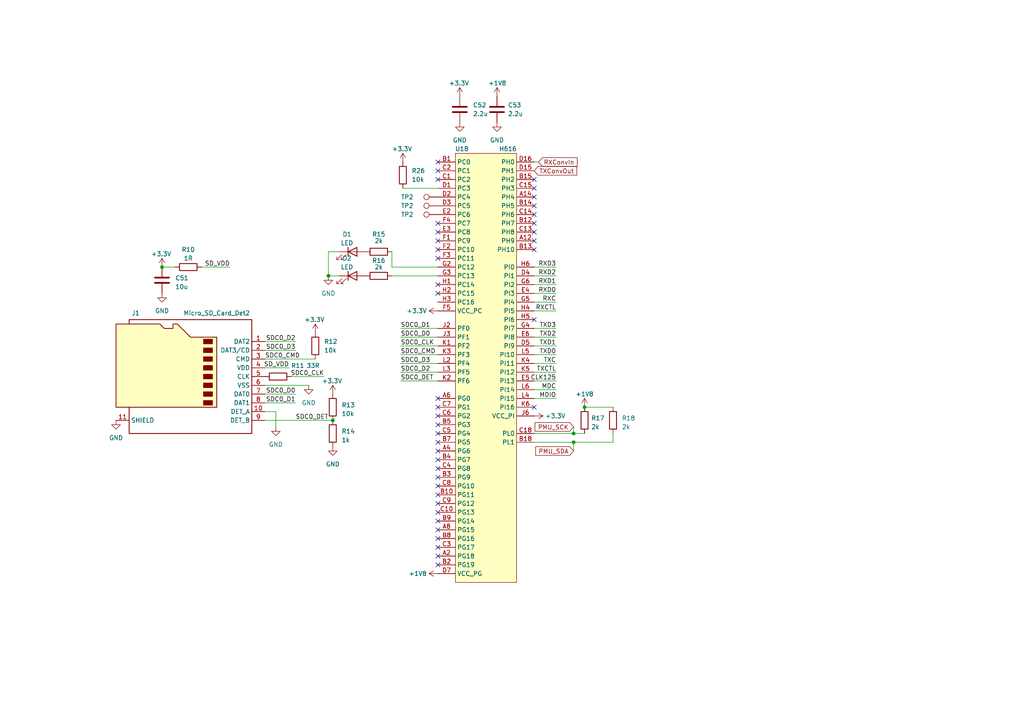
<source format=kicad_sch>
(kicad_sch (version 20230121) (generator eeschema)
  (paper "A4")
  (lib_symbols
    (symbol "Connector:Micro_SD_Card_Det2"
      (property "Reference" "J" (at -16.51 17.78 0))
      (property "Value" "Micro_SD_Card_Det2" (at 16.51 17.78 0))
      (symbol "Micro_SD_Card_Det2_0_1"
        (rectangle (start -7.62 -6.985) (end -5.08 -8.255) (stroke (width 0.254)) (fill (type outline)))
        (rectangle (start -7.62 -4.445) (end -5.08 -5.715) (stroke (width 0.254)) (fill (type outline)))
        (rectangle (start -7.62 -1.905) (end -5.08 -3.175) (stroke (width 0.254)) (fill (type outline)))
        (rectangle (start -7.62 0.635) (end -5.08 -0.635) (stroke (width 0.254)) (fill (type outline)))
        (rectangle (start -7.62 3.175) (end -5.08 1.905) (stroke (width 0.254)) (fill (type outline)))
        (rectangle (start -7.62 5.715) (end -5.08 4.445) (stroke (width 0.254)) (fill (type outline)))
        (rectangle (start -7.62 8.255) (end -5.08 6.985) (stroke (width 0.254)) (fill (type outline)))
        (rectangle (start -7.62 10.795) (end -5.08 9.525) (stroke (width 0.254)) (fill (type outline)))
        (polyline (pts (xy 16.51 15.24) (xy 16.51 16.51) (xy -19.05 16.51) (xy -19.05 -16.51) (xy 16.51 -16.51) (xy 16.51 -8.89)) (stroke (width 0.254)))
        (polyline (pts (xy -8.89 -8.89) (xy -8.89 11.43) (xy -1.27 11.43) (xy 2.54 15.24) (xy 3.81 15.24) (xy 3.81 13.97) (xy 6.35 13.97) (xy 7.62 15.24) (xy 20.32 15.24) (xy 20.32 -8.89) (xy -8.89 -8.89)) (stroke (width 0.254)) (fill (type background)))
      )
      (symbol "Micro_SD_Card_Det2_1_1"
        (pin bidirectional line (at -22.86 10.16 0) (length 3.81) (name "DAT2") (number "1"))
        (pin passive line (at -22.86 -10.16 0) (length 3.81) (name "DET_A") (number "10"))
        (pin passive line (at 20.32 -12.7 180) (length 3.81) (name "SHIELD") (number "11"))
        (pin bidirectional line (at -22.86 7.62 0) (length 3.81) (name "DAT3/CD") (number "2"))
        (pin input line (at -22.86 5.08 0) (length 3.81) (name "CMD") (number "3"))
        (pin power_in line (at -22.86 2.54 0) (length 3.81) (name "VDD") (number "4"))
        (pin input line (at -22.86 0 0) (length 3.81) (name "CLK") (number "5"))
        (pin power_in line (at -22.86 -2.54 0) (length 3.81) (name "VSS") (number "6"))
        (pin bidirectional line (at -22.86 -5.08 0) (length 3.81) (name "DAT0") (number "7"))
        (pin bidirectional line (at -22.86 -7.62 0) (length 3.81) (name "DAT1") (number "8"))
        (pin passive line (at -22.86 -12.7 0) (length 3.81) (name "DET_B") (number "9"))
      )
    )
    (symbol "Connector:TestPoint" (pin_numbers hide) (pin_names (offset 0.762) hide)
      (property "Reference" "TP" (at 0 6.858 0))
      (property "Value" "TestPoint" (at 0 5.08 0))
      (symbol "TestPoint_0_1"
        (circle (center 0 3.302) (radius 0.762))
      )
      (symbol "TestPoint_1_1"
        (pin passive line (at 0 0 90) (length 2.54) (name "1") (number "1"))
      )
    )
    (symbol "Device:C" (pin_numbers hide) (pin_names (offset 0.254))
      (property "Reference" "C" (at 0.635 2.54 0))
      (property "Value" "C" (at 0.635 -2.54 0))
      (symbol "C_0_1"
        (polyline (pts (xy -2.032 -0.762) (xy 2.032 -0.762)) (stroke (width 0.508)))
        (polyline (pts (xy -2.032 0.762) (xy 2.032 0.762)) (stroke (width 0.508)))
      )
      (symbol "C_1_1"
        (pin passive line (at 0 3.81 270) (length 2.794) (name "~") (number "1"))
        (pin passive line (at 0 -3.81 90) (length 2.794) (name "~") (number "2"))
      )
    )
    (symbol "Device:LED" (pin_numbers hide) (pin_names (offset 1.016) hide)
      (property "Reference" "D" (at 0 2.54 0))
      (property "Value" "LED" (at 0 -2.54 0))
      (symbol "LED_0_1"
        (polyline (pts (xy -1.27 -1.27) (xy -1.27 1.27)) (stroke (width 0.254)))
        (polyline (pts (xy -1.27 0) (xy 1.27 0)))
        (polyline (pts (xy 1.27 -1.27) (xy 1.27 1.27) (xy -1.27 0) (xy 1.27 -1.27)) (stroke (width 0.254)))
        (polyline (pts (xy -3.048 -0.762) (xy -4.572 -2.286) (xy -3.81 -2.286) (xy -4.572 -2.286) (xy -4.572 -1.524)))
        (polyline (pts (xy -1.778 -0.762) (xy -3.302 -2.286) (xy -2.54 -2.286) (xy -3.302 -2.286) (xy -3.302 -1.524)))
      )
      (symbol "LED_1_1"
        (pin passive line (at -3.81 0 0) (length 2.54) (name "K") (number "1"))
        (pin passive line (at 3.81 0 180) (length 2.54) (name "A") (number "2"))
      )
    )
    (symbol "Device:R" (pin_numbers hide) (pin_names (offset 0))
      (property "Reference" "R" (at 2.032 0 90))
      (property "Value" "R" (at 0 0 90))
      (symbol "R_0_1"
        (rectangle (start -1.016 -2.54) (end 1.016 2.54) (stroke (width 0.254)))
      )
      (symbol "R_1_1"
        (pin passive line (at 0 3.81 270) (length 1.27) (name "~") (number "1"))
        (pin passive line (at 0 -3.81 90) (length 1.27) (name "~") (number "2"))
      )
    )
    (symbol "H616_lib:H616"
      (property "Reference" "U" (at 0 0 0))
      (symbol "H616_1_1"
        (rectangle (start -7.62 -2.54) (end 15.24 -118.11) (fill (type background)))
        (pin input line (at 20.32 -92.71 180) (length 5.08) (name "VCC_DRAM2") (number "L10"))
        (pin input line (at 20.32 -95.25 180) (length 5.08) (name "VCC_DRAM3") (number "L11"))
        (pin input line (at 20.32 -97.79 180) (length 5.08) (name "VCC_DRAM4") (number "L12"))
        (pin input line (at 20.32 -100.33 180) (length 5.08) (name "VCC_DRAM5") (number "L13"))
        (pin input line (at 20.32 -102.87 180) (length 5.08) (name "VDD18_DRAM") (number "L14"))
        (pin input line (at 20.32 -87.63 180) (length 5.08) (name "SZQ") (number "L15"))
        (pin input line (at 20.32 -90.17 180) (length 5.08) (name "VCC_DRAM1") (number "L9"))
        (pin input line (at -12.7 -113.03 0) (length 5.08) (name "SDQM3") (number "N10"))
        (pin input line (at -12.7 -44.45 0) (length 5.08) (name "SA15") (number "N13"))
        (pin input line (at -12.7 -29.21 0) (length 5.08) (name "SA9") (number "N16"))
        (pin input line (at -12.7 -24.13 0) (length 5.08) (name "SA7") (number "N19"))
        (pin input line (at 20.32 -11.43 180) (length 5.08) (name "SDQ2") (number "N2"))
        (pin input line (at -12.7 -69.85 0) (length 5.08) (name "SODT1") (number "N20"))
        (pin input line (at -12.7 -49.53 0) (length 5.08) (name "SBA0") (number "N21"))
        (pin input line (at 20.32 -6.35 180) (length 5.08) (name "SDQ0") (number "N3"))
        (pin input line (at 20.32 -39.37 180) (length 5.08) (name "SDQ13") (number "N4"))
        (pin input line (at 20.32 -44.45 180) (length 5.08) (name "SDQ15") (number "N5"))
        (pin input line (at 20.32 -72.39 180) (length 5.08) (name "SDQ26") (number "N7"))
        (pin input line (at 20.32 -19.05 180) (length 5.08) (name "SDQ5") (number "P1"))
        (pin input line (at 20.32 -77.47 180) (length 5.08) (name "SDQ28") (number "P10"))
        (pin input line (at 20.32 -82.55 180) (length 5.08) (name "SDQ30") (number "P12"))
        (pin input line (at -12.7 -80.01 0) (length 5.08) (name "SCKE1") (number "P13"))
        (pin input line (at -12.7 -19.05 0) (length 5.08) (name "SA5") (number "P15"))
        (pin input line (at -12.7 -39.37 0) (length 5.08) (name "SA13") (number "P16"))
        (pin input line (at -12.7 -59.69 0) (length 5.08) (name "SACT") (number "P18"))
        (pin input line (at 20.32 -24.13 180) (length 5.08) (name "SDQ7") (number "P2"))
        (pin input line (at -12.7 -54.61 0) (length 5.08) (name "SBG0") (number "P20"))
        (pin input line (at -12.7 -57.15 0) (length 5.08) (name "SBG1") (number "P21"))
        (pin input line (at 20.32 -31.75 180) (length 5.08) (name "SDQ10") (number "P4"))
        (pin input line (at 20.32 -26.67 180) (length 5.08) (name "SDQ8") (number "P5"))
        (pin input line (at 20.32 -41.91 180) (length 5.08) (name "SDQ14") (number "P6"))
        (pin input line (at 20.32 -69.85 180) (length 5.08) (name "SDQ25") (number "P7"))
        (pin input line (at 20.32 -74.93 180) (length 5.08) (name "SDQ27") (number "P9"))
        (pin input line (at -12.7 -87.63 0) (length 5.08) (name "SDQS0N") (number "R1"))
        (pin input line (at 20.32 -85.09 180) (length 5.08) (name "SDQ31") (number "R12"))
        (pin input line (at -12.7 -52.07 0) (length 5.08) (name "SBA1") (number "R15"))
        (pin input line (at -12.7 -16.51 0) (length 5.08) (name "SA4") (number "R18"))
        (pin input line (at -12.7 -31.75 0) (length 5.08) (name "SA10") (number "R19"))
        (pin input line (at -12.7 -85.09 0) (length 5.08) (name "SDQS0P") (number "R2"))
        (pin input line (at -12.7 -64.77 0) (length 5.08) (name "SCS1") (number "R20"))
        (pin input line (at -12.7 -107.95 0) (length 5.08) (name "SDQM1") (number "R3"))
        (pin input line (at 20.32 -34.29 180) (length 5.08) (name "SDQ11") (number "R4"))
        (pin input line (at 20.32 -36.83 180) (length 5.08) (name "SDQ12") (number "R6"))
        (pin input line (at 20.32 -67.31 180) (length 5.08) (name "SDQ24") (number "R9"))
        (pin input line (at 20.32 -46.99 180) (length 5.08) (name "SDQ16") (number "T11"))
        (pin input line (at 20.32 -52.07 180) (length 5.08) (name "SDQ18") (number "T12"))
        (pin input line (at -12.7 -72.39 0) (length 5.08) (name "SCKP") (number "T14"))
        (pin input line (at -12.7 -13.97 0) (length 5.08) (name "SA3") (number "T16"))
        (pin input line (at -12.7 -11.43 0) (length 5.08) (name "SA2") (number "T18"))
        (pin input line (at 20.32 -21.59 180) (length 5.08) (name "SDQ6") (number "T2"))
        (pin input line (at -12.7 -67.31 0) (length 5.08) (name "SODT0") (number "T20"))
        (pin input line (at -12.7 -6.35 0) (length 5.08) (name "SA0") (number "T21"))
        (pin input line (at 20.32 -13.97 180) (length 5.08) (name "SDQ3") (number "T4"))
        (pin input line (at 20.32 -64.77 180) (length 5.08) (name "SDQ23") (number "T5"))
        (pin input line (at 20.32 -57.15 180) (length 5.08) (name "SDQ20") (number "T6"))
        (pin input line (at 20.32 -62.23 180) (length 5.08) (name "SDQ22") (number "T7"))
        (pin input line (at -12.7 -110.49 0) (length 5.08) (name "SDQM2") (number "T9"))
        (pin input line (at -12.7 -105.41 0) (length 5.08) (name "SDQM0") (number "U1"))
        (pin input line (at -12.7 -102.87 0) (length 5.08) (name "SDQS3N") (number "U10"))
        (pin input line (at 20.32 -80.01 180) (length 5.08) (name "SDQ29") (number "U11"))
        (pin input line (at 20.32 -49.53 180) (length 5.08) (name "SDQ17") (number "U12"))
        (pin input line (at -12.7 -74.93 0) (length 5.08) (name "SCKN") (number "U14"))
        (pin input line (at -12.7 -34.29 0) (length 5.08) (name "SA11") (number "U15"))
        (pin input line (at -12.7 -36.83 0) (length 5.08) (name "SA12") (number "U16"))
        (pin input line (at -12.7 -8.89 0) (length 5.08) (name "SA1") (number "U17"))
        (pin input line (at -12.7 -46.99 0) (length 5.08) (name "SA16") (number "U18"))
        (pin input line (at -12.7 -26.67 0) (length 5.08) (name "SA8") (number "U19"))
        (pin input line (at -12.7 -90.17 0) (length 5.08) (name "SDQS1P") (number "U2"))
        (pin input line (at -12.7 -21.59 0) (length 5.08) (name "SA6") (number "U20"))
        (pin input line (at -12.7 -82.55 0) (length 5.08) (name "SRST") (number "U21"))
        (pin input line (at 20.32 -16.51 180) (length 5.08) (name "SDQ4") (number "U3"))
        (pin input line (at 20.32 -8.89 180) (length 5.08) (name "SDQ1") (number "U4"))
        (pin input line (at 20.32 -59.69 180) (length 5.08) (name "SDQ21") (number "U5"))
        (pin input line (at -12.7 -97.79 0) (length 5.08) (name "SDQS2N") (number "U8"))
        (pin input line (at 20.32 -54.61 180) (length 5.08) (name "SDQ19") (number "U9"))
        (pin input line (at -12.7 -100.33 0) (length 5.08) (name "SDQS3P") (number "V10"))
        (pin input line (at -12.7 -77.47 0) (length 5.08) (name "SCKE0") (number "V15"))
        (pin input line (at -12.7 -62.23 0) (length 5.08) (name "SCS0") (number "V17"))
        (pin input line (at -12.7 -92.71 0) (length 5.08) (name "SDQS1N") (number "V2"))
        (pin input line (at -12.7 -41.91 0) (length 5.08) (name "SA14") (number "V20"))
        (pin input line (at 20.32 -29.21 180) (length 5.08) (name "SDQ9") (number "V3"))
        (pin input line (at -12.7 -95.25 0) (length 5.08) (name "SDQS2P") (number "V8"))
      )
      (symbol "H616_2_1"
        (rectangle (start -7.62 -38.1) (end 10.16 -162.56) (fill (type background)))
        (pin input line (at 15.24 -63.5 180) (length 5.08) (name "PH9") (number "A12"))
        (pin input line (at 15.24 -50.8 180) (length 5.08) (name "PH4") (number "A14"))
        (pin input line (at -12.7 -154.94 0) (length 5.08) (name "PG18") (number "A2"))
        (pin input line (at -12.7 -124.46 0) (length 5.08) (name "PG6") (number "A4"))
        (pin input line (at -12.7 -109.22 0) (length 5.08) (name "PG0") (number "A6"))
        (pin input line (at -12.7 -147.32 0) (length 5.08) (name "PG15") (number "A8"))
        (pin input line (at -12.7 -40.64 0) (length 5.08) (name "PC0") (number "B1"))
        (pin input line (at -12.7 -137.16 0) (length 5.08) (name "PG11") (number "B10"))
        (pin input line (at 15.24 -58.42 180) (length 5.08) (name "PH7") (number "B12"))
        (pin input line (at 15.24 -66.04 180) (length 5.08) (name "PH10") (number "B13"))
        (pin input line (at 15.24 -53.34 180) (length 5.08) (name "PH5") (number "B14"))
        (pin input line (at 15.24 -45.72 180) (length 5.08) (name "PH2") (number "B15"))
        (pin input line (at 15.24 -121.92 180) (length 5.08) (name "PL1") (number "B18"))
        (pin input line (at -12.7 -157.48 0) (length 5.08) (name "PG19") (number "B2"))
        (pin input line (at -12.7 -132.08 0) (length 5.08) (name "PG9") (number "B3"))
        (pin input line (at -12.7 -127 0) (length 5.08) (name "PG7") (number "B4"))
        (pin input line (at -12.7 -116.84 0) (length 5.08) (name "PG3") (number "B5"))
        (pin input line (at -12.7 -121.92 0) (length 5.08) (name "PG5") (number "B7"))
        (pin input line (at -12.7 -149.86 0) (length 5.08) (name "PG16") (number "B8"))
        (pin input line (at -12.7 -144.78 0) (length 5.08) (name "PG14") (number "B9"))
        (pin input line (at -12.7 -45.72 0) (length 5.08) (name "PC2") (number "C1"))
        (pin input line (at -12.7 -142.24 0) (length 5.08) (name "PG13") (number "C10"))
        (pin input line (at 15.24 -60.96 180) (length 5.08) (name "PH8") (number "C13"))
        (pin input line (at 15.24 -55.88 180) (length 5.08) (name "PH6") (number "C14"))
        (pin input line (at 15.24 -48.26 180) (length 5.08) (name "PH3") (number "C15"))
        (pin input line (at 15.24 -119.38 180) (length 5.08) (name "PL0") (number "C18"))
        (pin input line (at -12.7 -43.18 0) (length 5.08) (name "PC1") (number "C2"))
        (pin input line (at -12.7 -152.4 0) (length 5.08) (name "PG17") (number "C3"))
        (pin input line (at -12.7 -129.54 0) (length 5.08) (name "PG8") (number "C4"))
        (pin input line (at -12.7 -119.38 0) (length 5.08) (name "PG4") (number "C5"))
        (pin input line (at -12.7 -114.3 0) (length 5.08) (name "PG2") (number "C6"))
        (pin input line (at -12.7 -111.76 0) (length 5.08) (name "PG1") (number "C7"))
        (pin input line (at -12.7 -134.62 0) (length 5.08) (name "PG10") (number "C8"))
        (pin input line (at -12.7 -139.7 0) (length 5.08) (name "PG12") (number "C9"))
        (pin input line (at -12.7 -48.26 0) (length 5.08) (name "PC3") (number "D1"))
        (pin input line (at 15.24 -43.18 180) (length 5.08) (name "PH1") (number "D15"))
        (pin input line (at 15.24 -40.64 180) (length 5.08) (name "PH0") (number "D16"))
        (pin input line (at -12.7 -50.8 0) (length 5.08) (name "PC4") (number "D2"))
        (pin input line (at -12.7 -53.34 0) (length 5.08) (name "PC5") (number "D3"))
        (pin input line (at 15.24 -73.66 180) (length 5.08) (name "PI1") (number "D4"))
        (pin input line (at 15.24 -93.98 180) (length 5.08) (name "PI9") (number "D5"))
        (pin input line (at -12.7 -160.02 0) (length 5.08) (name "VCC_PG") (number "D7"))
        (pin input line (at -12.7 -55.88 0) (length 5.08) (name "PC6") (number "E2"))
        (pin input line (at -12.7 -60.96 0) (length 5.08) (name "PC8") (number "E3"))
        (pin input line (at 15.24 -78.74 180) (length 5.08) (name "PI3") (number "E4"))
        (pin input line (at 15.24 -104.14 180) (length 5.08) (name "PI13") (number "E5"))
        (pin input line (at 15.24 -91.44 180) (length 5.08) (name "PI8") (number "E6"))
        (pin input line (at -12.7 -63.5 0) (length 5.08) (name "PC9") (number "F1"))
        (pin input line (at -12.7 -66.04 0) (length 5.08) (name "PC10") (number "F2"))
        (pin input line (at -12.7 -68.58 0) (length 5.08) (name "PC11") (number "F3"))
        (pin input line (at -12.7 -58.42 0) (length 5.08) (name "PC7") (number "F4"))
        (pin input line (at -12.7 -83.82 0) (length 5.08) (name "VCC_PC") (number "F5"))
        (pin input line (at -12.7 -71.12 0) (length 5.08) (name "PC12") (number "G2"))
        (pin input line (at -12.7 -73.66 0) (length 5.08) (name "PC13") (number "G3"))
        (pin input line (at 15.24 -88.9 180) (length 5.08) (name "PI7") (number "G4"))
        (pin input line (at 15.24 -81.28 180) (length 5.08) (name "PI4") (number "G5"))
        (pin input line (at 15.24 -76.2 180) (length 5.08) (name "PI2") (number "G6"))
        (pin input line (at -12.7 -76.2 0) (length 5.08) (name "PC14") (number "H1"))
        (pin input line (at -12.7 -78.74 0) (length 5.08) (name "PC15") (number "H2"))
        (pin input line (at -12.7 -81.28 0) (length 5.08) (name "PC16") (number "H3"))
        (pin input line (at 15.24 -83.82 180) (length 5.08) (name "PI5") (number "H4"))
        (pin input line (at 15.24 -86.36 180) (length 5.08) (name "PI6") (number "H5"))
        (pin input line (at 15.24 -71.12 180) (length 5.08) (name "PI0") (number "H6"))
        (pin input line (at -12.7 -88.9 0) (length 5.08) (name "PF0") (number "J2"))
        (pin input line (at -12.7 -91.44 0) (length 5.08) (name "PF1") (number "J3"))
        (pin input line (at 15.24 -114.3 180) (length 5.08) (name "VCC_PI") (number "J6"))
        (pin input line (at -12.7 -93.98 0) (length 5.08) (name "PF2") (number "K1"))
        (pin input line (at -12.7 -104.14 0) (length 5.08) (name "PF6") (number "K2"))
        (pin input line (at -12.7 -96.52 0) (length 5.08) (name "PF3") (number "K3"))
        (pin input line (at 15.24 -99.06 180) (length 5.08) (name "PI11") (number "K4"))
        (pin input line (at 15.24 -101.6 180) (length 5.08) (name "PI12") (number "K5"))
        (pin input line (at 15.24 -111.76 180) (length 5.08) (name "PI16") (number "K6"))
        (pin input line (at -12.7 -99.06 0) (length 5.08) (name "PF4") (number "L2"))
        (pin input line (at -12.7 -101.6 0) (length 5.08) (name "PF5") (number "L3"))
        (pin input line (at 15.24 -109.22 180) (length 5.08) (name "PI15") (number "L4"))
        (pin input line (at 15.24 -96.52 180) (length 5.08) (name "PI10") (number "L5"))
        (pin input line (at 15.24 -106.68 180) (length 5.08) (name "PI14") (number "L6"))
      )
      (symbol "H616_3_1"
        (rectangle (start -8.89 -39.37) (end 13.97 -115.57) (fill (type background)))
        (pin input line (at 19.05 -86.36 180) (length 5.08) (name "RESET") (number "A16"))
        (pin input line (at 19.05 -45.72 180) (length 5.08) (name "EPHY_TXP") (number "A19"))
        (pin input line (at 19.05 -48.26 180) (length 5.08) (name "EPYH_TXN") (number "A20"))
        (pin input line (at 19.05 -101.6 180) (length 5.08) (name "DXIN") (number "B11"))
        (pin input line (at 19.05 -88.9 180) (length 5.08) (name "FEL") (number "B17"))
        (pin input line (at 19.05 -43.18 180) (length 5.08) (name "EPHY_RTX") (number "B19"))
        (pin input line (at 19.05 -50.8 180) (length 5.08) (name "EPHY_RXP") (number "B20"))
        (pin input line (at 19.05 -53.34 180) (length 5.08) (name "EPHY_RXN") (number "B21"))
        (pin input line (at 19.05 -106.68 180) (length 5.08) (name "REFCLK_OUT") (number "C11"))
        (pin input line (at 19.05 -104.14 180) (length 5.08) (name "DXOUT") (number "C12"))
        (pin input line (at 19.05 -91.44 180) (length 5.08) (name "JTAG_SEL") (number "C16"))
        (pin input line (at -13.97 -106.68 0) (length 5.08) (name "AC_VRA1") (number "C17"))
        (pin input line (at -13.97 -53.34 0) (length 5.08) (name "HTX2P") (number "C19"))
        (pin input line (at -13.97 -55.88 0) (length 5.08) (name "HTX2N") (number "C20"))
        (pin input line (at 19.05 -111.76 180) (length 5.08) (name "VCC_DCXO") (number "D11"))
        (pin input line (at 19.05 -99.06 180) (length 5.08) (name "VCC_PLL") (number "D12"))
        (pin input line (at 19.05 -109.22 180) (length 5.08) (name "DXLDO_OUT") (number "D13"))
        (pin input line (at 19.05 -96.52 180) (length 5.08) (name "PLLTEST") (number "D14"))
        (pin input line (at -13.97 -104.14 0) (length 5.08) (name "AC_AVCC") (number "D18"))
        (pin input line (at -13.97 -48.26 0) (length 5.08) (name "HTX1P") (number "D20"))
        (pin input line (at -13.97 -50.8 0) (length 5.08) (name "HTX1N") (number "D21"))
        (pin input line (at 19.05 -55.88 180) (length 5.08) (name "VCC_EPHY") (number "E18"))
        (pin input line (at -13.97 -43.18 0) (length 5.08) (name "HTX0P") (number "E19"))
        (pin input line (at -13.97 -45.72 0) (length 5.08) (name "HTX0N") (number "E20"))
        (pin input line (at -13.97 -73.66 0) (length 5.08) (name "VCC_HDMI") (number "F18"))
        (pin input line (at -13.97 -63.5 0) (length 5.08) (name "HSCL") (number "F19"))
        (pin input line (at -13.97 -58.42 0) (length 5.08) (name "HTXCP") (number "F20"))
        (pin input line (at -13.97 -60.96 0) (length 5.08) (name "HTXCN") (number "F21"))
        (pin input line (at -13.97 -68.58 0) (length 5.08) (name "HCEC") (number "G17"))
        (pin input line (at -13.97 -71.12 0) (length 5.08) (name "HHPD") (number "G18"))
        (pin input line (at -13.97 -88.9 0) (length 5.08) (name "LINEOUTL") (number "G19"))
        (pin input line (at -13.97 -91.44 0) (length 5.08) (name "LINEOUTR") (number "G20"))
        (pin input line (at -13.97 -66.04 0) (length 5.08) (name "HSDA") (number "G21"))
        (pin input line (at -13.97 -86.36 0) (length 5.08) (name "AVCC") (number "H17"))
        (pin input line (at -13.97 -93.98 0) (length 5.08) (name "AGND") (number "H18"))
        (pin input line (at -13.97 -99.06 0) (length 5.08) (name "VCC_TV") (number "H20"))
        (pin input line (at -13.97 -81.28 0) (length 5.08) (name "VRA2") (number "J17"))
        (pin input line (at -13.97 -78.74 0) (length 5.08) (name "VRA1") (number "J18"))
        (pin input line (at 19.05 -60.96 180) (length 5.08) (name "USB0_DM") (number "J19"))
        (pin input line (at 19.05 -63.5 180) (length 5.08) (name "USB0_DP") (number "J20"))
        (pin input line (at -13.97 -96.52 0) (length 5.08) (name "TV_OUT") (number "J21"))
        (pin input line (at -13.97 -83.82 0) (length 5.08) (name "REXT") (number "K18"))
        (pin input line (at 19.05 -71.12 180) (length 5.08) (name "USB2_DM") (number "K19"))
        (pin input line (at 19.05 -73.66 180) (length 5.08) (name "USB2_DP") (number "K20"))
        (pin input line (at 19.05 -93.98 180) (length 5.08) (name "LRADC") (number "L18"))
        (pin input line (at 19.05 -76.2 180) (length 5.08) (name "USB3_DM") (number "L19"))
        (pin input line (at 19.05 -78.74 180) (length 5.08) (name "USB3_DP") (number "L20"))
        (pin input line (at 19.05 -81.28 180) (length 5.08) (name "VCC_USB") (number "M18"))
        (pin input line (at 19.05 -66.04 180) (length 5.08) (name "USB1_DM") (number "M19"))
        (pin input line (at 19.05 -68.58 180) (length 5.08) (name "USB1_DP") (number "M20"))
      )
      (symbol "H616_4_1"
        (rectangle (start -6.35 -2.54) (end 19.05 -112.395) (fill (type background)))
        (pin input line (at -11.43 -64.77 0) (length 5.08) (name "GND1") (number "A1"))
        (pin input line (at -11.43 -67.31 0) (length 5.08) (name "GND2") (number "A10"))
        (pin input line (at -11.43 -69.85 0) (length 5.08) (name "GND3") (number "A18"))
        (pin input line (at -11.43 -72.39 0) (length 5.08) (name "GND4") (number "A21"))
        (pin input line (at -11.43 -77.47 0) (length 5.08) (name "GND6") (number "B16"))
        (pin input line (at -11.43 -74.93 0) (length 5.08) (name "GND5") (number "B6"))
        (pin input line (at -11.43 -59.69 0) (length 5.08) (name "VCC_IO") (number "D10"))
        (pin input line (at -11.43 -80.01 0) (length 5.08) (name "GND7") (number "D19"))
        (pin input line (at -11.43 -46.99 0) (length 5.08) (name "VDD_GPU2") (number "F10"))
        (pin input line (at -11.43 -6.35 0) (length 5.08) (name "VDD_SYS1") (number "F11"))
        (pin input line (at -11.43 -8.89 0) (length 5.08) (name "VDD_SYS2") (number "F12"))
        (pin input line (at -11.43 -11.43 0) (length 5.08) (name "VDD_SYS3") (number "F13"))
        (pin input line (at -11.43 -82.55 0) (length 5.08) (name "GND8") (number "F14"))
        (pin input line (at -11.43 -85.09 0) (length 5.08) (name "GND9") (number "F15"))
        (pin input line (at -11.43 -54.61 0) (length 5.08) (name "VDD_GPUFB") (number "F8"))
        (pin input line (at -11.43 -44.45 0) (length 5.08) (name "VDD_GPU1") (number "F9"))
        (pin input line (at -11.43 -13.97 0) (length 5.08) (name "VDD_SYS4") (number "G10"))
        (pin input line (at -11.43 -16.51 0) (length 5.08) (name "VDD_SYS5") (number "G11"))
        (pin input line (at -11.43 -19.05 0) (length 5.08) (name "VDD_SYS6") (number "G12"))
        (pin input line (at -11.43 -87.63 0) (length 5.08) (name "GND10") (number "G13"))
        (pin input line (at -11.43 -90.17 0) (length 5.08) (name "GND11") (number "G14"))
        (pin input line (at -11.43 -92.71 0) (length 5.08) (name "GND12") (number "G15"))
        (pin input line (at -11.43 -49.53 0) (length 5.08) (name "VDD_GPU3") (number "G8"))
        (pin input line (at -11.43 -52.07 0) (length 5.08) (name "VDD_GPU4") (number "G9"))
        (pin input line (at -11.43 -95.25 0) (length 5.08) (name "GND13") (number "H10"))
        (pin input line (at -11.43 -97.79 0) (length 5.08) (name "GND14") (number "H11"))
        (pin input line (at -11.43 -100.33 0) (length 5.08) (name "GND15") (number "H12"))
        (pin input line (at 24.13 -6.35 180) (length 5.08) (name "GND16") (number "H13"))
        (pin input line (at 24.13 -8.89 180) (length 5.08) (name "GND17") (number "H14"))
        (pin input line (at 24.13 -11.43 180) (length 5.08) (name "GND18") (number "H15"))
        (pin input line (at 24.13 -13.97 180) (length 5.08) (name "GND19") (number "H19"))
        (pin input line (at -11.43 -24.13 0) (length 5.08) (name "VDD_CPU1") (number "H8"))
        (pin input line (at -11.43 -26.67 0) (length 5.08) (name "VDD_CPU2") (number "H9"))
        (pin input line (at -11.43 -34.29 0) (length 5.08) (name "VDD_CPU5") (number "J10"))
        (pin input line (at -11.43 -36.83 0) (length 5.08) (name "VDD_CPU6") (number "J11"))
        (pin input line (at 24.13 -16.51 180) (length 5.08) (name "GND20") (number "J12"))
        (pin input line (at 24.13 -19.05 180) (length 5.08) (name "GND21") (number "J13"))
        (pin input line (at 24.13 -21.59 180) (length 5.08) (name "GND22") (number "J14"))
        (pin input line (at 24.13 -24.13 180) (length 5.08) (name "GND23") (number "J15"))
        (pin input line (at -11.43 -29.21 0) (length 5.08) (name "VDD_CPU3") (number "J8"))
        (pin input line (at -11.43 -31.75 0) (length 5.08) (name "VDD_CPU4") (number "J9"))
        (pin input line (at 24.13 -34.29 180) (length 5.08) (name "GND27") (number "K10"))
        (pin input line (at 24.13 -36.83 180) (length 5.08) (name "GND28") (number "K11"))
        (pin input line (at 24.13 -39.37 180) (length 5.08) (name "GND29") (number "K12"))
        (pin input line (at 24.13 -41.91 180) (length 5.08) (name "GND30") (number "K13"))
        (pin input line (at 24.13 -44.45 180) (length 5.08) (name "GND31") (number "K14"))
        (pin input line (at 24.13 -46.99 180) (length 5.08) (name "GND32") (number "K15"))
        (pin input line (at 24.13 -29.21 180) (length 5.08) (name "GND25") (number "K8"))
        (pin input line (at 24.13 -31.75 180) (length 5.08) (name "GND26") (number "K9"))
        (pin input line (at 24.13 -49.53 180) (length 5.08) (name "GND33") (number "L21"))
        (pin input line (at -11.43 -39.37 0) (length 5.08) (name "VDD_CPUFB") (number "L8"))
        (pin input line (at 24.13 -26.67 180) (length 5.08) (name "GND24") (number "M1"))
        (pin input line (at 24.13 -52.07 180) (length 5.08) (name "GND34") (number "M2"))
        (pin input line (at 24.13 -54.61 180) (length 5.08) (name "GND35") (number "M3"))
        (pin input line (at 24.13 -62.23 180) (length 5.08) (name "GND38") (number "N12"))
        (pin input line (at 24.13 -64.77 180) (length 5.08) (name "GND39") (number "N15"))
        (pin input line (at 24.13 -67.31 180) (length 5.08) (name "GND40") (number "N18"))
        (pin input line (at 24.13 -57.15 180) (length 5.08) (name "GND36") (number "N6"))
        (pin input line (at 24.13 -59.69 180) (length 5.08) (name "GND37") (number "N9"))
        (pin input line (at 24.13 -69.85 180) (length 5.08) (name "GND41") (number "P3"))
        (pin input line (at 24.13 -74.93 180) (length 5.08) (name "GND43") (number "R21"))
        (pin input line (at 24.13 -72.39 180) (length 5.08) (name "GND42") (number "R5"))
        (pin input line (at 24.13 -77.47 180) (length 5.08) (name "GND44") (number "T1"))
        (pin input line (at 24.13 -85.09 180) (length 5.08) (name "GND47") (number "T10"))
        (pin input line (at 24.13 -87.63 180) (length 5.08) (name "GND48") (number "T15"))
        (pin input line (at 24.13 -90.17 180) (length 5.08) (name "GND49") (number "T17"))
        (pin input line (at 24.13 -80.01 180) (length 5.08) (name "GND45") (number "T3"))
        (pin input line (at 24.13 -82.55 180) (length 5.08) (name "GND46") (number "T8"))
        (pin input line (at 24.13 -95.25 180) (length 5.08) (name "GND51") (number "U13"))
        (pin input line (at 24.13 -92.71 180) (length 5.08) (name "GND50") (number "U6"))
        (pin input line (at 24.13 -97.79 180) (length 5.08) (name "GND52") (number "V1"))
        (pin input line (at 24.13 -102.87 180) (length 5.08) (name "GND54") (number "V12"))
        (pin input line (at 24.13 -105.41 180) (length 5.08) (name "GND55") (number "V19"))
        (pin input line (at 24.13 -107.95 180) (length 5.08) (name "GND56") (number "V21"))
        (pin input line (at 24.13 -100.33 180) (length 5.08) (name "GND53") (number "V5"))
      )
    )
    (symbol "power:+1V8" (power) (pin_names (offset 0))
      (property "Value" "+1V8" (at 0 3.556 0))
      (symbol "+1V8_0_1"
        (polyline (pts (xy -0.762 1.27) (xy 0 2.54)))
        (polyline (pts (xy 0 0) (xy 0 2.54)))
        (polyline (pts (xy 0 2.54) (xy 0.762 1.27)))
      )
      (symbol "+1V8_1_1"
        (pin power_in line (at 0 0 90) (length 0) hide (name "+1V8") (number "1"))
      )
    )
    (symbol "power:+3.3V" (power) (pin_names (offset 0))
      (property "Value" "+3.3V" (at 0 3.556 0))
      (symbol "+3.3V_0_1"
        (polyline (pts (xy -0.762 1.27) (xy 0 2.54)))
        (polyline (pts (xy 0 0) (xy 0 2.54)))
        (polyline (pts (xy 0 2.54) (xy 0.762 1.27)))
      )
      (symbol "+3.3V_1_1"
        (pin power_in line (at 0 0 90) (length 0) hide (name "+3.3V") (number "1"))
      )
    )
    (symbol "power:GND" (power) (pin_names (offset 0))
      (property "Value" "GND" (at 0 -3.81 0))
      (symbol "GND_0_1"
        (polyline (pts (xy 0 0) (xy 0 -1.27) (xy 1.27 -1.27) (xy 0 -2.54) (xy -1.27 -1.27) (xy 0 -1.27)))
      )
      (symbol "GND_1_1"
        (pin power_in line (at 0 0 270) (length 0) hide (name "GND") (number "1"))
      )
    )
  )
  (junction (at 46.99 77.47))
  (junction (at 95.25 80.01))
  (junction (at 166.37 125.73))
  (junction (at 166.37 128.27))
  (junction (at 96.52 121.92))
  (junction (at 169.545 118.11))
  (no_connect (at 127 125.73))
  (no_connect (at 154.94 62.23))
  (no_connect (at 154.94 72.39))
  (no_connect (at 127 64.77))
  (no_connect (at 127 148.59))
  (no_connect (at 127 163.83))
  (no_connect (at 154.94 67.31))
  (no_connect (at 127 123.19))
  (no_connect (at 127 153.67))
  (no_connect (at 127 156.21))
  (no_connect (at 127 138.43))
  (no_connect (at 127 46.99))
  (no_connect (at 127 115.57))
  (no_connect (at 127 120.65))
  (no_connect (at 154.94 69.85))
  (no_connect (at 127 158.75))
  (no_connect (at 127 161.29))
  (no_connect (at 154.94 118.11))
  (no_connect (at 127 151.13))
  (no_connect (at 127 69.85))
  (no_connect (at 127 143.51))
  (no_connect (at 127 135.89))
  (no_connect (at 154.94 54.61))
  (no_connect (at 127 140.97))
  (no_connect (at 127 52.07))
  (no_connect (at 127 130.81))
  (no_connect (at 127 67.31))
  (no_connect (at 127 146.05))
  (no_connect (at 154.94 57.15))
  (no_connect (at 127 82.55))
  (no_connect (at 127 118.11))
  (no_connect (at 127 133.35))
  (no_connect (at 154.94 52.07))
  (no_connect (at 127 85.09))
  (no_connect (at 154.94 92.71))
  (no_connect (at 127 72.39))
  (no_connect (at 154.94 64.77))
  (no_connect (at 154.94 59.69))
  (no_connect (at 127 74.93))
  (no_connect (at 127 49.53))
  (no_connect (at 127 128.27))
  (wire (pts (xy 116.84 54.61) (xy 127 54.61)))
  (wire (pts (xy 116.205 107.95) (xy 127 107.95)))
  (wire (pts (xy 154.94 80.01) (xy 161.29 80.01)))
  (wire (pts (xy 154.94 113.03) (xy 161.29 113.03)))
  (wire (pts (xy 116.205 97.79) (xy 127 97.79)))
  (wire (pts (xy 154.94 87.63) (xy 161.29 87.63)))
  (wire (pts (xy 154.94 110.49) (xy 161.29 110.49)))
  (wire (pts (xy 154.94 77.47) (xy 161.29 77.47)))
  (wire (pts (xy 116.205 100.33) (xy 127 100.33)))
  (wire (pts (xy 166.37 128.27) (xy 166.37 130.81)))
  (wire (pts (xy 76.835 116.84) (xy 85.725 116.84)))
  (wire (pts (xy 154.94 97.79) (xy 161.29 97.79)))
  (wire (pts (xy 116.205 105.41) (xy 127 105.41)))
  (wire (pts (xy 154.94 128.27) (xy 166.37 128.27)))
  (wire (pts (xy 116.205 102.87) (xy 127 102.87)))
  (wire (pts (xy 169.545 118.11) (xy 177.8 118.11)))
  (wire (pts (xy 76.835 114.3) (xy 85.725 114.3)))
  (wire (pts (xy 154.94 115.57) (xy 161.29 115.57)))
  (wire (pts (xy 154.94 125.73) (xy 166.37 125.73)))
  (wire (pts (xy 166.37 123.825) (xy 166.37 125.73)))
  (wire (pts (xy 154.94 85.09) (xy 161.29 85.09)))
  (wire (pts (xy 113.665 80.01) (xy 127 80.01)))
  (wire (pts (xy 58.42 77.47) (xy 66.675 77.47)))
  (wire (pts (xy 113.665 77.47) (xy 127 77.47)))
  (wire (pts (xy 76.835 104.14) (xy 91.44 104.14)))
  (wire (pts (xy 154.94 105.41) (xy 161.29 105.41)))
  (wire (pts (xy 154.94 95.25) (xy 161.29 95.25)))
  (wire (pts (xy 154.94 90.17) (xy 161.29 90.17)))
  (wire (pts (xy 113.665 77.47) (xy 113.665 73.025)))
  (wire (pts (xy 46.99 77.47) (xy 50.8 77.47)))
  (wire (pts (xy 166.37 125.73) (xy 169.545 125.73)))
  (wire (pts (xy 154.94 102.87) (xy 161.29 102.87)))
  (wire (pts (xy 116.205 110.49) (xy 127 110.49)))
  (wire (pts (xy 76.835 119.38) (xy 80.01 119.38)))
  (wire (pts (xy 154.94 46.99) (xy 156.21 46.99)))
  (wire (pts (xy 154.94 107.95) (xy 161.29 107.95)))
  (wire (pts (xy 154.94 100.33) (xy 161.29 100.33)))
  (wire (pts (xy 116.205 95.25) (xy 127 95.25)))
  (wire (pts (xy 76.835 106.68) (xy 83.82 106.68)))
  (wire (pts (xy 95.25 80.01) (xy 98.425 80.01)))
  (wire (pts (xy 84.455 109.22) (xy 93.98 109.22)))
  (wire (pts (xy 76.835 101.6) (xy 85.725 101.6)))
  (wire (pts (xy 98.425 73.025) (xy 95.25 73.025)))
  (wire (pts (xy 166.37 128.27) (xy 177.8 128.27)))
  (wire (pts (xy 177.8 128.27) (xy 177.8 125.73)))
  (wire (pts (xy 76.835 111.76) (xy 89.535 111.76)))
  (wire (pts (xy 80.01 119.38) (xy 80.01 123.825)))
  (wire (pts (xy 76.835 99.06) (xy 85.725 99.06)))
  (wire (pts (xy 95.25 73.025) (xy 95.25 80.01)))
  (wire (pts (xy 76.835 121.92) (xy 96.52 121.92)))
  (wire (pts (xy 154.94 82.55) (xy 161.29 82.55)))
  (label "SDC0_DET" (at 85.725 121.92 0))
  (label "MDIO" (at 161.29 115.57 180))
  (label "SDC0_D1" (at 116.205 95.25 0))
  (label "SDC0_CMD" (at 86.995 104.14 180))
  (label "SDC0_CLK" (at 93.98 109.22 180))
  (label "SD_VDD" (at 83.82 106.68 180))
  (label "SDC0_D2" (at 116.205 107.95 0))
  (label "TXC" (at 161.29 105.41 180))
  (label "TXD2" (at 161.29 97.79 180))
  (label "SDC0_D2" (at 85.725 99.06 180))
  (label "CLK125" (at 161.29 110.49 180))
  (label "RXD0" (at 161.29 85.09 180))
  (label "MDC" (at 161.29 113.03 180))
  (label "RXC" (at 161.29 87.63 180))
  (label "TXD1" (at 161.29 100.33 180))
  (label "SDC0_D1" (at 85.725 116.84 180))
  (label "RXCTL" (at 161.29 90.17 180))
  (label "SDC0_D3" (at 85.725 101.6 180))
  (label "SDC0_D3" (at 116.205 105.41 0))
  (label "SDC0_CMD" (at 116.205 102.87 0))
  (label "TXD3" (at 161.29 95.25 180))
  (label "SDC0_CLK" (at 116.205 100.33 0))
  (label "RXD3" (at 161.29 77.47 180))
  (label "SDC0_D0" (at 85.725 114.3 180))
  (label "RXD2" (at 161.29 80.01 180))
  (label "SDC0_D0" (at 116.205 97.79 0))
  (label "RXD1" (at 161.29 82.55 180))
  (label "SDC0_DET" (at 116.205 110.49 0))
  (label "TXCTL" (at 161.29 107.95 180))
  (label "TXD0" (at 161.29 102.87 180))
  (label "SD_VDD" (at 66.675 77.47 180))
  (global_label "PMU_SCK" (shape input) (at 166.37 123.825 180) (property "Intersheetrefs" "${INTERSHEET_REFS}" (effects hide)))
  (global_label "PMU_SDA" (shape input) (at 166.37 130.81 180) (property "Intersheetrefs" "${INTERSHEET_REFS}" (effects hide)))
  (global_label "TXConvOut" (shape input) (at 154.94 49.53 0) (property "Intersheetrefs" "${INTERSHEET_REFS}" (effects hide)))
  (global_label "RXConvIn" (shape input) (at 156.21 46.99 0) (property "Intersheetrefs" "${INTERSHEET_REFS}" (effects hide)))
  (symbol (lib_id "power:GND") (at 133.35 35.56 0) (unit 1)
    (property "Reference" "#PWR062" (effects hide))
    (property "Value" "GND" (at 133.35 40.64 0))
  )
  (symbol (lib_id "Device:R") (at 80.645 109.22 90) (unit 1)
    (property "Reference" "R11" (at 86.36 106.045 90))
    (property "Value" "33R" (at 90.805 106.045 90))
    (property "Footprint" "Resistor_SMD:R_0402_1005Metric_Pad0.72x0.64mm_HandSolder" (effects hide))
  )
  (symbol (lib_id "power:GND") (at 80.01 123.825 0) (unit 1)
    (property "Reference" "#PWR053" (effects hide))
    (property "Value" "GND" (at 80.01 128.905 0))
  )
  (symbol (lib_id "Device:R") (at 177.8 121.92 180) (unit 1)
    (property "Reference" "R18" (at 180.34 121.285 0) (effects (justify right)))
    (property "Value" "2k" (at 180.34 123.825 0) (effects (justify right)))
    (property "Footprint" "Resistor_SMD:R_0402_1005Metric_Pad0.72x0.64mm_HandSolder" (effects hide))
  )
  (symbol (lib_id "power:+3.3V") (at 116.84 46.99 0) (unit 1)
    (property "Reference" "#PWR098" (effects hide))
    (property "Value" "+3.3V" (at 113.665 43.18 0) (effects (justify left)))
  )
  (symbol (lib_id "H616_lib:H616") (at 139.7 6.35 0) (unit 2)
    (property "Reference" "U1" (at 133.985 43.18 0))
    (property "Value" "H616" (at 147.32 43.18 0))
    (property "Footprint" "projectlib:H616_TFBGA284" (effects hide))
  )
  (symbol (lib_id "power:+3.3V") (at 96.52 114.3 0) (unit 1)
    (property "Reference" "#PWR055" (effects hide))
    (property "Value" "+3.3V" (at 93.345 110.49 0) (effects (justify left)))
  )
  (symbol (lib_id "Connector:Micro_SD_Card_Det2") (at 53.975 109.22 0) (mirror y) (unit 1)
    (property "Reference" "J1" (at 39.37 90.805 0))
    (property "Value" "Micro_SD_Card_Det2" (at 62.865 90.805 0))
    (property "Footprint" "Connector_Card:microSD_HC_Hirose_DM3AT-SF-PEJM5" (effects hide))
    (property "Datasheet" "https://www.hirose.com/en/product/document?clcode=&productname=&series=DM3&documenttype=Catalog&lang=en&documentid=D49662_en" (effects hide))
  )
  (symbol (lib_id "Device:C") (at 46.99 81.28 0) (unit 1)
    (property "Reference" "C51" (at 50.8 80.645 0) (effects (justify left)))
    (property "Value" "10u" (at 50.8 83.185 0) (effects (justify left)))
    (property "Footprint" "Capacitor_SMD:C_0402_1005Metric_Pad0.74x0.62mm_HandSolder" (effects hide))
  )
  (symbol (lib_id "power:GND") (at 46.99 85.09 0) (unit 1)
    (property "Reference" "#PWR052" (effects hide))
    (property "Value" "GND" (at 46.99 90.17 0))
  )
  (symbol (lib_id "power:+3.3V") (at 46.99 77.47 0) (unit 1)
    (property "Reference" "#PWR099" (effects hide))
    (property "Value" "+3.3V" (at 43.815 73.66 0) (effects (justify left)))
  )
  (symbol (lib_id "Connector:TestPoint") (at 127 62.23 90) (unit 1)
    (property "Reference" "TP2" (at 118.11 62.23 90))
    (property "Value" "TestPoint" (effects hide))
    (property "Footprint" "TestPoint:TestPoint_THTPad_D1.0mm_Drill0.5mm" (effects hide))
    (instances (project "H616_devboard" (path "" (reference "TP2") (unit 1)) (path "" (reference "TP13") (unit 1))))
  )
  (symbol (lib_id "Device:R") (at 116.84 50.8 180) (unit 1)
    (property "Reference" "R26" (at 119.38 49.53 0) (effects (justify right)))
    (property "Value" "10k" (at 119.38 52.07 0) (effects (justify right)))
    (property "Footprint" "Resistor_SMD:R_0402_1005Metric_Pad0.72x0.64mm_HandSolder" (effects hide))
  )
  (symbol (lib_id "Connector:TestPoint") (at 127 57.15 90) (unit 1)
    (property "Reference" "TP2" (at 118.11 57.15 90))
    (property "Value" "TestPoint" (effects hide))
    (property "Footprint" "TestPoint:TestPoint_THTPad_D1.0mm_Drill0.5mm" (effects hide))
    (instances (project "H616_devboard" (path "" (reference "TP2") (unit 1)) (path "" (reference "TP11") (unit 1))))
  )
  (symbol (lib_id "power:GND") (at 33.655 121.92 0) (unit 1)
    (property "Reference" "#PWR050" (effects hide))
    (property "Value" "GND" (at 33.655 127 0))
  )
  (symbol (lib_id "power:+1V8") (at 127 166.37 90) (unit 1)
    (property "Reference" "#PWR060" (effects hide))
    (property "Value" "+1V8" (at 123.825 166.37 90) (effects (justify left)))
  )
  (symbol (lib_id "power:+1V8") (at 144.145 27.94 0) (unit 1)
    (property "Reference" "#PWR063" (effects hide))
    (property "Value" "+1V8" (at 141.605 24.13 0) (effects (justify left)))
  )
  (symbol (lib_id "Device:C") (at 133.35 31.75 0) (unit 1)
    (property "Reference" "C52" (at 137.16 30.48 0) (effects (justify left)))
    (property "Value" "2.2u" (at 137.16 33.02 0) (effects (justify left)))
    (property "Footprint" "Capacitor_SMD:C_0402_1005Metric_Pad0.74x0.62mm_HandSolder" (effects hide))
  )
  (symbol (lib_id "power:+3.3V") (at 154.94 120.65 270) (unit 1)
    (property "Reference" "#PWR065" (effects hide))
    (property "Value" "+3.3V" (at 158.115 120.65 90) (effects (justify left)))
  )
  (symbol (lib_id "power:+3.3V") (at 133.35 27.94 0) (unit 1)
    (property "Reference" "#PWR061" (effects hide))
    (property "Value" "+3.3V" (at 130.175 24.13 0) (effects (justify left)))
  )
  (symbol (lib_id "Device:R") (at 96.52 125.73 180) (unit 1)
    (property "Reference" "R14" (at 99.06 125.095 0) (effects (justify right)))
    (property "Value" "1k" (at 99.06 127.635 0) (effects (justify right)))
    (property "Footprint" "Resistor_SMD:R_0402_1005Metric_Pad0.72x0.64mm_HandSolder" (effects hide))
  )
  (symbol (lib_id "Device:R") (at 169.545 121.92 180) (unit 1)
    (property "Reference" "R17" (at 171.45 121.285 0) (effects (justify right)))
    (property "Value" "2k" (at 171.45 123.825 0) (effects (justify right)))
    (property "Footprint" "Resistor_SMD:R_0402_1005Metric_Pad0.72x0.64mm_HandSolder" (effects hide))
  )
  (symbol (lib_id "Connector:TestPoint") (at 127 59.69 90) (unit 1)
    (property "Reference" "TP2" (at 118.11 59.69 90))
    (property "Value" "TestPoint" (effects hide))
    (property "Footprint" "TestPoint:TestPoint_THTPad_D1.0mm_Drill0.5mm" (effects hide))
    (instances (project "H616_devboard" (path "" (reference "TP2") (unit 1)) (path "" (reference "TP12") (unit 1))))
  )
  (symbol (lib_id "power:+1V8") (at 169.545 118.11 0) (unit 1)
    (property "Reference" "#PWR066" (effects hide))
    (property "Value" "+1V8" (at 169.545 114.3 0))
  )
  (symbol (lib_id "Device:LED") (at 102.235 73.025 0) (unit 1)
    (property "Reference" "D1" (at 100.6475 67.945 0))
    (property "Value" "LED" (at 100.6475 70.485 0))
    (property "Footprint" "LED_SMD:LED_0603_1608Metric_Pad1.05x0.95mm_HandSolder" (effects hide))
  )
  (symbol (lib_id "power:+3.3V") (at 91.44 96.52 0) (unit 1)
    (property "Reference" "#PWR051" (effects hide))
    (property "Value" "+3.3V" (at 88.265 92.71 0) (effects (justify left)))
  )
  (symbol (lib_id "Device:R") (at 91.44 100.33 180) (unit 1)
    (property "Reference" "R12" (at 93.98 99.06 0) (effects (justify right)))
    (property "Value" "10k" (at 93.98 101.6 0) (effects (justify right)))
    (property "Footprint" "Resistor_SMD:R_0402_1005Metric_Pad0.72x0.64mm_HandSolder" (effects hide))
  )
  (symbol (lib_id "power:+3.3V") (at 127 90.17 90) (unit 1)
    (property "Reference" "#PWR059" (effects hide))
    (property "Value" "+3.3V" (at 123.825 90.17 90) (effects (justify left)))
  )
  (symbol (lib_id "Device:C") (at 144.145 31.75 0) (unit 1)
    (property "Reference" "C53" (at 147.32 30.48 0) (effects (justify left)))
    (property "Value" "2.2u" (at 147.32 33.02 0) (effects (justify left)))
    (property "Footprint" "Capacitor_SMD:C_0402_1005Metric_Pad0.74x0.62mm_HandSolder" (effects hide))
  )
  (symbol (lib_id "Device:R") (at 109.855 73.025 90) (unit 1)
    (property "Reference" "R15" (at 109.855 67.945 90))
    (property "Value" "2k" (at 109.855 69.85 90))
    (property "Footprint" "Resistor_SMD:R_0402_1005Metric_Pad0.72x0.64mm_HandSolder" (effects hide))
  )
  (symbol (lib_id "power:GND") (at 96.52 129.54 0) (unit 1)
    (property "Reference" "#PWR058" (effects hide))
    (property "Value" "GND" (at 96.52 134.62 0))
  )
  (symbol (lib_id "Device:R") (at 109.855 80.01 90) (unit 1)
    (property "Reference" "R16" (at 109.855 75.565 90))
    (property "Value" "2k" (at 109.855 77.47 90))
    (property "Footprint" "Resistor_SMD:R_0402_1005Metric_Pad0.72x0.64mm_HandSolder" (effects hide))
  )
  (symbol (lib_id "Device:R") (at 96.52 118.11 180) (unit 1)
    (property "Reference" "R13" (at 99.06 117.475 0) (effects (justify right)))
    (property "Value" "10k" (at 99.06 120.015 0) (effects (justify right)))
    (property "Footprint" "Resistor_SMD:R_0402_1005Metric_Pad0.72x0.64mm_HandSolder" (effects hide))
  )
  (symbol (lib_id "power:GND") (at 144.145 35.56 0) (unit 1)
    (property "Reference" "#PWR064" (effects hide))
    (property "Value" "GND" (at 144.145 40.64 0))
  )
  (symbol (lib_id "power:GND") (at 89.535 111.76 0) (unit 1)
    (property "Reference" "#PWR054" (effects hide))
    (property "Value" "GND" (at 89.535 116.84 0))
  )
  (symbol (lib_id "power:GND") (at 95.25 80.01 0) (unit 1)
    (property "Reference" "#PWR056" (effects hide))
    (property "Value" "GND" (at 95.25 85.09 0))
  )
  (symbol (lib_id "Device:LED") (at 102.235 80.01 0) (unit 1)
    (property "Reference" "D2" (at 100.6475 74.93 0))
    (property "Value" "LED" (at 100.6475 77.47 0))
    (property "Footprint" "LED_SMD:LED_0603_1608Metric_Pad1.05x0.95mm_HandSolder" (effects hide))
  )
  (symbol (lib_id "Device:R") (at 54.61 77.47 270) (unit 1)
    (property "Reference" "R10" (at 54.61 72.39 90))
    (property "Value" "1R" (at 54.61 74.93 90))
    (property "Footprint" "Resistor_SMD:R_0402_1005Metric_Pad0.72x0.64mm_HandSolder" (effects hide))
  )
)
</source>
